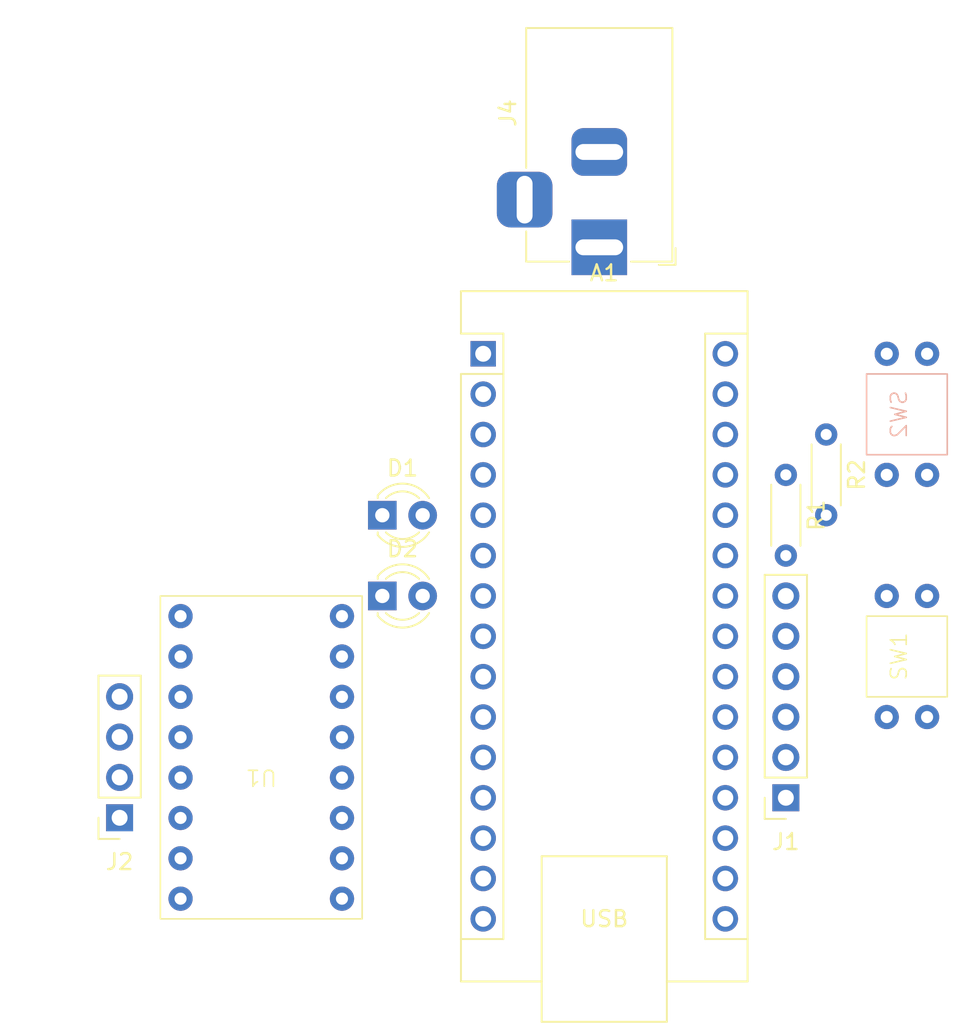
<source format=kicad_pcb>
(kicad_pcb (version 20240108) (generator "pcbnew") (generator_version "8.0")
  (layers (0 "F.Cu" signal) (31 "B.Cu" signal) (34 "B.Paste" user) (35 "F.Paste" user) (36 "B.SilkS" user "B.Silkscreen") (37 "F.SilkS" user "F.Silkscreen") (38 "B.Mask" user) (39 "F.Mask" user) (44 "Edge.Cuts" user))
  (net 0 "")
  (net 3 "IN1")
  (net 4 "SW1")
  (net 6 "GND")
  (net 7 "Net-(A1-D2)")
  (net 8 "IN2")
  (net 9 "Net-(A1-D4)")
  (net 10 "+5V")
  (net 11 "Net-(A1-A1)")
  (net 15 "Net-(A1-SCL{slash}A5)")
  (net 16 "SW2")
  (net 19 "IN3")
  (net 21 "IN4")
  (net 23 "Net-(A1-A0)")
  (net 24 "Net-(A1-A2)")
  (net 25 "VCC")
  (net 26 "Net-(A1-A3)")
  (net 29 "Net-(A1-SDA{slash}A4)")
  (net 30 "Net-(J2-Pin_3)")
  (net 31 "Net-(J2-Pin_1)")
  (net 32 "Net-(J2-Pin_4)")
  (net 33 "Net-(J2-Pin_2)")
  (footprint "Connector_PinSocket_2.54mm:PinSocket_1x04_P2.54mm_Vertical" (layer "F.Cu") (at 58.395 55.87 180)
    (property "Reference" "J2" (at 0 -2.77 0) (layer "F.SilkS"))
    (property "Value" "Conn_01x04_Socket")
    (fp_line (start 1.33 1.27) (end 1.33 8.95) (stroke (width 0.12)) (layer "F.SilkS"))
    (fp_line (start 1.33 -1.33) (end 1.33 0) (stroke (width 0.12)) (layer "F.SilkS"))
    (fp_line (start 0 -1.33) (end 1.33 -1.33) (stroke (width 0.12)) (layer "F.SilkS"))
    (fp_line (start -1.33 8.95) (end 1.33 8.95) (stroke (width 0.12)) (layer "F.SilkS"))
    (fp_line (start -1.33 1.27) (end 1.33 1.27) (stroke (width 0.12)) (layer "F.SilkS"))
    (fp_line (start -1.33 1.27) (end -1.33 8.95) (stroke (width 0.12)) (layer "F.SilkS"))
    (pad "1" thru_hole rect (at 0 0 180) (size 1.7 1.7) (drill 1) (layers "*.Cu" "*.Mask") (net 31 "Net-(J2-Pin_1)"))
    (pad "2" thru_hole oval (at 0 2.54 180) (size 1.7 1.7) (drill 1) (layers "*.Cu" "*.Mask") (net 33 "Net-(J2-Pin_2)"))
    (pad "3" thru_hole oval (at 0 5.08 180) (size 1.7 1.7) (drill 1) (layers "*.Cu" "*.Mask") (net 30 "Net-(J2-Pin_3)"))
    (pad "4" thru_hole oval (at 0 7.62 180) (size 1.7 1.7) (drill 1) (layers "*.Cu" "*.Mask") (net 32 "Net-(J2-Pin_4)"))
  )
  (footprint "Resistor_THT:R_Axial_DIN0204_L3.6mm_D1.6mm_P5.08mm_Horizontal" (layer "F.Cu") (at 100.33 34.29 -90)
    (property "Reference" "R1" (at 2.54 -1.92 90) (layer "F.SilkS"))
    (property "Value" "10k")
    (fp_line (start 0.62 0.92) (end 4.46 0.92) (stroke (width 0.12)) (layer "F.SilkS"))
    (fp_line (start 0.62 -0.92) (end 4.46 -0.92) (stroke (width 0.12)) (layer "F.SilkS"))
    (pad "1" thru_hole circle (at 0 0 270) (size 1.4 1.4) (drill 0.7) (layers "*.Cu" "*.Mask") (net 10 "+5V"))
    (pad "2" thru_hole oval (at 5.08 0 270) (size 1.4 1.4) (drill 0.7) (layers "*.Cu" "*.Mask") (net 4 "SW1"))
  )
  (footprint "LED_THT:LED_D3.0mm" (layer "F.Cu") (at 74.93 36.83)
    (property "Reference" "D1" (at 1.27 -2.96 0) (layer "F.SilkS"))
    (property "Value" "LED")
    (fp_line (start -0.29 -1.236) (end -0.29 -1.08) (stroke (width 0.12)) (layer "F.SilkS"))
    (fp_line (start -0.29 1.08) (end -0.29 1.236) (stroke (width 0.12)) (layer "F.SilkS"))
    (fp_arc (start -0.29 -1.235516) (mid 1.366487 -1.987659) (end 2.942335 -1.078608) (stroke (width 0.12)) (layer "F.SilkS"))
    (fp_arc (start 0.229039 -1.08) (mid 1.270117 -1.5) (end 2.31113 -1.079837) (stroke (width 0.12)) (layer "F.SilkS"))
    (fp_arc (start 2.31113 1.079837) (mid 1.270117 1.5) (end 0.229039 1.08) (stroke (width 0.12)) (layer "F.SilkS"))
    (fp_arc (start 2.942335 1.078608) (mid 1.366487 1.987659) (end -0.29 1.235516) (stroke (width 0.12)) (layer "F.SilkS"))
    (pad "1" thru_hole rect (at 0 0) (size 1.8 1.8) (drill 0.9) (layers "*.Cu" "*.Mask") (net 6 "GND"))
    (pad "2" thru_hole circle (at 2.54 0) (size 1.8 1.8) (drill 0.9) (layers "*.Cu" "*.Mask") (net 7 "Net-(A1-D2)"))
  )
  (footprint "Module:Arduino_Nano" (layer "F.Cu") (at 81.28 26.67)
    (property "Reference" "A1" (at 7.62 -5.08 0) (layer "F.SilkS"))
    (property "Value" "Arduino_Nano_Every")
    (fp_line (start -1.4 -3.94) (end -1.4 -1.27) (stroke (width 0.12)) (layer "F.SilkS"))
    (fp_line (start -1.4 1.27) (end -1.4 39.5) (stroke (width 0.12)) (layer "F.SilkS"))
    (fp_line (start -1.4 39.5) (end 3.68 39.5) (stroke (width 0.12)) (layer "F.SilkS"))
    (fp_line (start 1.27 -1.27) (end -1.4 -1.27) (stroke (width 0.12)) (layer "F.SilkS"))
    (fp_line (start 1.27 1.27) (end -1.4 1.27) (stroke (width 0.12)) (layer "F.SilkS"))
    (fp_line (start 1.27 1.27) (end 1.27 -1.27) (stroke (width 0.12)) (layer "F.SilkS"))
    (fp_line (start 1.27 1.27) (end 1.27 36.83) (stroke (width 0.12)) (layer "F.SilkS"))
    (fp_line (start 1.27 36.83) (end -1.4 36.83) (stroke (width 0.12)) (layer "F.SilkS"))
    (fp_line (start 3.68 31.62) (end 11.56 31.62) (stroke (width 0.12)) (layer "F.SilkS"))
    (fp_line (start 3.68 42.04) (end 3.68 31.62) (stroke (width 0.12)) (layer "F.SilkS"))
    (fp_line (start 11.56 31.62) (end 11.56 42.04) (stroke (width 0.12)) (layer "F.SilkS"))
    (fp_line (start 11.56 42.04) (end 3.68 42.04) (stroke (width 0.12)) (layer "F.SilkS"))
    (fp_line (start 13.97 -1.27) (end 13.97 36.83) (stroke (width 0.12)) (layer "F.SilkS"))
    (fp_line (start 13.97 -1.27) (end 16.64 -1.27) (stroke (width 0.12)) (layer "F.SilkS"))
    (fp_line (start 13.97 36.83) (end 16.64 36.83) (stroke (width 0.12)) (layer "F.SilkS"))
    (fp_line (start 16.64 -3.94) (end -1.4 -3.94) (stroke (width 0.12)) (layer "F.SilkS"))
    (fp_line (start 16.64 39.5) (end 11.56 39.5) (stroke (width 0.12)) (layer "F.SilkS"))
    (fp_line (start 16.64 39.5) (end 16.64 -3.94) (stroke (width 0.12)) (layer "F.SilkS"))
    (fp_text user "USB" (at 7.62 35.56 0) (layer "F.SilkS"))
    (pad "1" thru_hole rect (at 0 0) (size 1.6 1.6) (drill 1) (layers "*.Cu" "*.Mask"))
    (pad "2" thru_hole oval (at 0 2.54) (size 1.6 1.6) (drill 1) (layers "*.Cu" "*.Mask"))
    (pad "3" thru_hole oval (at 0 5.08) (size 1.6 1.6) (drill 1) (layers "*.Cu" "*.Mask"))
    (pad "4" thru_hole oval (at 0 7.62) (size 1.6 1.6) (drill 1) (layers "*.Cu" "*.Mask") (net 6 "GND"))
    (pad "5" thru_hole oval (at 0 10.16) (size 1.6 1.6) (drill 1) (layers "*.Cu" "*.Mask") (net 7 "Net-(A1-D2)"))
    (pad "6" thru_hole oval (at 0 12.7) (size 1.6 1.6) (drill 1) (layers "*.Cu" "*.Mask"))
    (pad "7" thru_hole oval (at 0 15.24) (size 1.6 1.6) (drill 1) (layers "*.Cu" "*.Mask") (net 9 "Net-(A1-D4)"))
    (pad "8" thru_hole oval (at 0 17.78) (size 1.6 1.6) (drill 1) (layers "*.Cu" "*.Mask") (net 3 "IN1"))
    (pad "9" thru_hole oval (at 0 20.32) (size 1.6 1.6) (drill 1) (layers "*.Cu" "*.Mask") (net 8 "IN2"))
    (pad "10" thru_hole oval (at 0 22.86) (size 1.6 1.6) (drill 1) (layers "*.Cu" "*.Mask"))
    (pad "11" thru_hole oval (at 0 25.4) (size 1.6 1.6) (drill 1) (layers "*.Cu" "*.Mask"))
    (pad "12" thru_hole oval (at 0 27.94) (size 1.6 1.6) (drill 1) (layers "*.Cu" "*.Mask") (net 19 "IN3"))
    (pad "13" thru_hole oval (at 0 30.48) (size 1.6 1.6) (drill 1) (layers "*.Cu" "*.Mask") (net 21 "IN4"))
    (pad "14" thru_hole oval (at 0 33.02) (size 1.6 1.6) (drill 1) (layers "*.Cu" "*.Mask"))
    (pad "15" thru_hole oval (at 0 35.56) (size 1.6 1.6) (drill 1) (layers "*.Cu" "*.Mask"))
    (pad "16" thru_hole oval (at 15.24 35.56) (size 1.6 1.6) (drill 1) (layers "*.Cu" "*.Mask"))
    (pad "17" thru_hole oval (at 15.24 33.02) (size 1.6 1.6) (drill 1) (layers "*.Cu" "*.Mask"))
    (pad "18" thru_hole oval (at 15.24 30.48) (size 1.6 1.6) (drill 1) (layers "*.Cu" "*.Mask"))
    (pad "19" thru_hole oval (at 15.24 27.94) (size 1.6 1.6) (drill 1) (layers "*.Cu" "*.Mask") (net 23 "Net-(A1-A0)"))
    (pad "20" thru_hole oval (at 15.24 25.4) (size 1.6 1.6) (drill 1) (layers "*.Cu" "*.Mask") (net 11 "Net-(A1-A1)"))
    (pad "21" thru_hole oval (at 15.24 22.86) (size 1.6 1.6) (drill 1) (layers "*.Cu" "*.Mask") (net 24 "Net-(A1-A2)"))
    (pad "22" thru_hole oval (at 15.24 20.32) (size 1.6 1.6) (drill 1) (layers "*.Cu" "*.Mask") (net 26 "Net-(A1-A3)"))
    (pad "23" thru_hole oval (at 15.24 17.78) (size 1.6 1.6) (drill 1) (layers "*.Cu" "*.Mask") (net 29 "Net-(A1-SDA{slash}A4)"))
    (pad "24" thru_hole oval (at 15.24 15.24) (size 1.6 1.6) (drill 1) (layers "*.Cu" "*.Mask") (net 15 "Net-(A1-SCL{slash}A5)"))
    (pad "25" thru_hole oval (at 15.24 12.7) (size 1.6 1.6) (drill 1) (layers "*.Cu" "*.Mask") (net 4 "SW1"))
    (pad "26" thru_hole oval (at 15.24 10.16) (size 1.6 1.6) (drill 1) (layers "*.Cu" "*.Mask") (net 16 "SW2"))
    (pad "27" thru_hole oval (at 15.24 7.62) (size 1.6 1.6) (drill 1) (layers "*.Cu" "*.Mask") (net 10 "+5V"))
    (pad "28" thru_hole oval (at 15.24 5.08) (size 1.6 1.6) (drill 1) (layers "*.Cu" "*.Mask"))
    (pad "29" thru_hole oval (at 15.24 2.54) (size 1.6 1.6) (drill 1) (layers "*.Cu" "*.Mask") (net 6 "GND"))
    (pad "30" thru_hole oval (at 15.24 0) (size 1.6 1.6) (drill 1) (layers "*.Cu" "*.Mask") (net 25 "VCC"))
  )
  (footprint "自作:TC78H6353FTG" (layer "F.Cu") (at 67.31 52.07 180)
    (property "Reference" "U1" (at 0 -1.27 180) (layer "F.SilkS") (effects (font (thickness 0.1))))
    (property "Value" "~")
    (fp_rect (start -6.35 -10.16) (end 6.35 10.16) (stroke (width 0.1)) (fill none) (layer "F.SilkS"))
    (pad "1" thru_hole circle (at -5.08 -8.89 180) (size 1.524 1.524) (drill 0.762) (layers "*.Cu" "*.Mask") (net 6 "GND"))
    (pad "2" thru_hole circle (at -5.08 -6.35 180) (size 1.524 1.524) (drill 0.762) (layers "*.Cu" "*.Mask") (net 6 "GND"))
    (pad "3" thru_hole circle (at -5.08 -3.81 180) (size 1.524 1.524) (drill 0.762) (layers "*.Cu" "*.Mask") (net 10 "+5V"))
    (pad "4" thru_hole circle (at -5.08 -1.27 180) (size 1.524 1.524) (drill 0.762) (layers "*.Cu" "*.Mask") (net 21 "IN4"))
    (pad "5" thru_hole circle (at -5.08 1.27 180) (size 1.524 1.524) (drill 0.762) (layers "*.Cu" "*.Mask") (net 19 "IN3"))
    (pad "6" thru_hole circle (at -5.08 3.81 180) (size 1.524 1.524) (drill 0.762) (layers "*.Cu" "*.Mask") (net 8 "IN2"))
    (pad "7" thru_hole circle (at -5.08 6.35 180) (size 1.524 1.524) (drill 0.762) (layers "*.Cu" "*.Mask") (net 3 "IN1"))
    (pad "8" thru_hole circle (at -5.08 8.89 180) (size 1.524 1.524) (drill 0.762) (layers "*.Cu" "*.Mask") (net 6 "GND"))
    (pad "9" thru_hole circle (at 5.08 8.89 180) (size 1.524 1.524) (drill 0.762) (layers "*.Cu" "*.Mask"))
    (pad "10" thru_hole circle (at 5.08 6.35 180) (size 1.524 1.524) (drill 0.762) (layers "*.Cu" "*.Mask"))
    (pad "11" thru_hole circle (at 5.08 3.81 180) (size 1.524 1.524) (drill 0.762) (layers "*.Cu" "*.Mask") (net 32 "Net-(J2-Pin_4)"))
    (pad "12" thru_hole circle (at 5.08 1.27 180) (size 1.524 1.524) (drill 0.762) (layers "*.Cu" "*.Mask") (net 30 "Net-(J2-Pin_3)"))
    (pad "13" thru_hole circle (at 5.08 -1.27 180) (size 1.524 1.524) (drill 0.762) (layers "*.Cu" "*.Mask") (net 33 "Net-(J2-Pin_2)"))
    (pad "14" thru_hole circle (at 5.08 -3.81 180) (size 1.524 1.524) (drill 0.762) (layers "*.Cu" "*.Mask") (net 31 "Net-(J2-Pin_1)"))
    (pad "15" thru_hole circle (at 5.08 -6.35 180) (size 1.524 1.524) (drill 0.762) (layers "*.Cu" "*.Mask") (net 25 "VCC"))
    (pad "16" thru_hole circle (at 5.08 -8.89 180) (size 1.524 1.524) (drill 0.762) (layers "*.Cu" "*.Mask") (net 25 "VCC"))
  )
  (footprint "Connector_PinSocket_2.54mm:PinSocket_1x06_P2.54mm_Vertical" (layer "F.Cu") (at 100.33 54.61 180)
    (property "Reference" "J1" (at 0 -2.77 0) (layer "F.SilkS"))
    (property "Value" "Conn_01x06_Socket")
    (fp_line (start 1.33 1.27) (end 1.33 14.03) (stroke (width 0.12)) (layer "F.SilkS"))
    (fp_line (start 1.33 -1.33) (end 1.33 0) (stroke (width 0.12)) (layer "F.SilkS"))
    (fp_line (start 0 -1.33) (end 1.33 -1.33) (stroke (width 0.12)) (layer "F.SilkS"))
    (fp_line (start -1.33 14.03) (end 1.33 14.03) (stroke (width 0.12)) (layer "F.SilkS"))
    (fp_line (start -1.33 1.27) (end 1.33 1.27) (stroke (width 0.12)) (layer "F.SilkS"))
    (fp_line (start -1.33 1.27) (end -1.33 14.03) (stroke (width 0.12)) (layer "F.SilkS"))
    (pad "1" thru_hole rect (at 0 0 180) (size 1.7 1.7) (drill 1) (layers "*.Cu" "*.Mask") (net 23 "Net-(A1-A0)"))
    (pad "2" thru_hole oval (at 0 2.54 180) (size 1.7 1.7) (drill 1) (layers "*.Cu" "*.Mask") (net 11 "Net-(A1-A1)"))
    (pad "3" thru_hole oval (at 0 5.08 180) (size 1.7 1.7) (drill 1) (layers "*.Cu" "*.Mask") (net 24 "Net-(A1-A2)"))
    (pad "4" thru_hole oval (at 0 7.62 180) (size 1.7 1.7) (drill 1) (layers "*.Cu" "*.Mask") (net 26 "Net-(A1-A3)"))
    (pad "5" thru_hole oval (at 0 10.16 180) (size 1.7 1.7) (drill 1) (layers "*.Cu" "*.Mask") (net 29 "Net-(A1-SDA{slash}A4)"))
    (pad "6" thru_hole oval (at 0 12.7 180) (size 1.7 1.7) (drill 1) (layers "*.Cu" "*.Mask") (net 15 "Net-(A1-SCL{slash}A5)"))
  )
  (footprint "Connector_BarrelJack:BarrelJack_Horizontal" (layer "F.Cu") (at 88.5875 19.97 -90)
    (property "Reference" "J4" (at -8.45 5.75 90) (layer "F.SilkS"))
    (property "Value" "Barrel_Jack_MountingPin")
    (fp_line (start -13.8 4.6) (end -13.8 -4.6) (stroke (width 0.12)) (layer "F.SilkS"))
    (fp_line (start -5 4.6) (end -13.8 4.6) (stroke (width 0.12)) (layer "F.SilkS"))
    (fp_line (start 0.9 4.6) (end -1 4.6) (stroke (width 0.12)) (layer "F.SilkS"))
    (fp_line (start 0.9 1.9) (end 0.9 4.6) (stroke (width 0.12)) (layer "F.SilkS"))
    (fp_line (start 1.1 -3.75) (end 1.1 -4.8) (stroke (width 0.12)) (layer "F.SilkS"))
    (fp_line (start -13.8 -4.6) (end 0.9 -4.6) (stroke (width 0.12)) (layer "F.SilkS"))
    (fp_line (start 0.9 -4.6) (end 0.9 -2) (stroke (width 0.12)) (layer "F.SilkS"))
    (fp_line (start 0.05 -4.8) (end 1.1 -4.8) (stroke (width 0.12)) (layer "F.SilkS"))
    (pad "1" thru_hole rect (at 0 0 270) (size 3.5 3.5) (drill oval 1 3) (layers "*.Cu" "*.Mask") (net 25 "VCC"))
    (pad "2" thru_hole roundrect (at -6 0 270) (size 3 3.5) (drill oval 1 3) (layers "*.Cu" "*.Mask") (net 6 "GND"))
    (pad "3" thru_hole roundrect (at -3 4.7 270) (size 3.5 3.5) (drill oval 3 1) (layers "*.Cu" "*.Mask"))
  )
  (footprint "自作:SW" (layer "F.Cu") (at 107.95 45.72 90)
    (property "Reference" "SW1" (at 0 -0.5 90) (layer "F.SilkS") (effects (font (thickness 0.1))))
    (property "Value" "SW_Push")
    (fp_rect (start -2.54 -2.54) (end 2.54 2.54) (stroke (width 0.1)) (fill none) (layer "F.SilkS"))
    (pad "1" thru_hole circle (at 3.81 -1.27 90) (size 1.524 1.524) (drill 0.762) (layers "*.Cu" "*.Mask") (net 4 "SW1"))
    (pad "2" thru_hole circle (at 3.81 1.27 90) (size 1.524 1.524) (drill 0.762) (layers "*.Cu" "*.Mask") (net 6 "GND"))
    (pad "3" thru_hole circle (at -3.81 -1.27 90) (size 1.524 1.524) (drill 0.762) (layers "*.Cu" "*.Mask"))
    (pad "4" thru_hole circle (at -3.81 1.27 90) (size 1.524 1.524) (drill 0.762) (layers "*.Cu" "*.Mask"))
  )
  (footprint "Resistor_THT:R_Axial_DIN0204_L3.6mm_D1.6mm_P5.08mm_Horizontal" (layer "F.Cu") (at 102.87 31.75 -90)
    (property "Reference" "R2" (at 2.54 -1.92 90) (layer "F.SilkS"))
    (property "Value" "10k")
    (fp_line (start 0.62 0.92) (end 4.46 0.92) (stroke (width 0.12)) (layer "F.SilkS"))
    (fp_line (start 0.62 -0.92) (end 4.46 -0.92) (stroke (width 0.12)) (layer "F.SilkS"))
    (pad "1" thru_hole circle (at 0 0 270) (size 1.4 1.4) (drill 0.7) (layers "*.Cu" "*.Mask") (net 10 "+5V"))
    (pad "2" thru_hole oval (at 5.08 0 270) (size 1.4 1.4) (drill 0.7) (layers "*.Cu" "*.Mask") (net 16 "SW2"))
  )
  (footprint "LED_THT:LED_D3.0mm" (layer "F.Cu") (at 74.93 41.91)
    (property "Reference" "D2" (at 1.27 -2.96 0) (layer "F.SilkS"))
    (property "Value" "LED")
    (fp_line (start -0.29 -1.236) (end -0.29 -1.08) (stroke (width 0.12)) (layer "F.SilkS"))
    (fp_line (start -0.29 1.08) (end -0.29 1.236) (stroke (width 0.12)) (layer "F.SilkS"))
    (fp_arc (start -0.29 -1.235516) (mid 1.366487 -1.987659) (end 2.942335 -1.078608) (stroke (width 0.12)) (layer "F.SilkS"))
    (fp_arc (start 0.229039 -1.08) (mid 1.270117 -1.5) (end 2.31113 -1.079837) (stroke (width 0.12)) (layer "F.SilkS"))
    (fp_arc (start 2.31113 1.079837) (mid 1.270117 1.5) (end 0.229039 1.08) (stroke (width 0.12)) (layer "F.SilkS"))
    (fp_arc (start 2.942335 1.078608) (mid 1.366487 1.987659) (end -0.29 1.235516) (stroke (width 0.12)) (layer "F.SilkS"))
    (pad "1" thru_hole rect (at 0 0) (size 1.8 1.8) (drill 0.9) (layers "*.Cu" "*.Mask") (net 6 "GND"))
    (pad "2" thru_hole circle (at 2.54 0) (size 1.8 1.8) (drill 0.9) (layers "*.Cu" "*.Mask") (net 9 "Net-(A1-D4)"))
  )
  (footprint "自作:SW" (layer "B.Cu") (at 107.95 30.48 -90)
    (property "Reference" "SW2" (at 0 0.5 90) (layer "B.SilkS") (effects (font (thickness 0.1)) (justify mirror)))
    (property "Value" "SW_Push")
    (fp_rect (start -2.54 2.54) (end 2.54 -2.54) (stroke (width 0.1)) (fill none) (layer "B.SilkS"))
    (pad "1" thru_hole circle (at 3.81 1.27 270) (size 1.524 1.524) (drill 0.762) (layers "*.Cu" "*.Mask") (net 16 "SW2"))
    (pad "2" thru_hole circle (at 3.81 -1.27 270) (size 1.524 1.524) (drill 0.762) (layers "*.Cu" "*.Mask") (net 6 "GND"))
    (pad "3" thru_hole circle (at -3.81 1.27 270) (size 1.524 1.524) (drill 0.762) (layers "*.Cu" "*.Mask"))
    (pad "4" thru_hole circle (at -3.81 -1.27 270) (size 1.524 1.524) (drill 0.762) (layers "*.Cu" "*.Mask"))
  )
)
</source>
